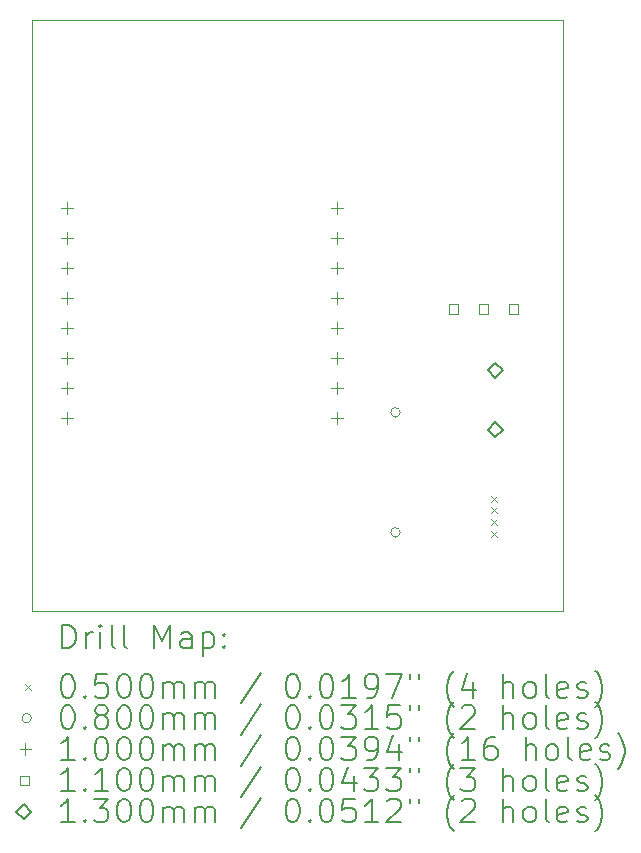
<source format=gbr>
%TF.GenerationSoftware,KiCad,Pcbnew,8.0.1*%
%TF.CreationDate,2024-04-11T07:46:41+08:00*%
%TF.ProjectId,input-nodes,696e7075-742d-46e6-9f64-65732e6b6963,rev?*%
%TF.SameCoordinates,Original*%
%TF.FileFunction,Drillmap*%
%TF.FilePolarity,Positive*%
%FSLAX45Y45*%
G04 Gerber Fmt 4.5, Leading zero omitted, Abs format (unit mm)*
G04 Created by KiCad (PCBNEW 8.0.1) date 2024-04-11 07:46:41*
%MOMM*%
%LPD*%
G01*
G04 APERTURE LIST*
%ADD10C,0.100000*%
%ADD11C,0.200000*%
%ADD12C,0.110000*%
%ADD13C,0.130000*%
G04 APERTURE END LIST*
D10*
X9080000Y-7280000D02*
X13580000Y-7280000D01*
X13580000Y-12280000D01*
X9080000Y-12280000D01*
X9080000Y-7280000D01*
D11*
D10*
X12970000Y-11305000D02*
X13020000Y-11355000D01*
X13020000Y-11305000D02*
X12970000Y-11355000D01*
X12970000Y-11405000D02*
X13020000Y-11455000D01*
X13020000Y-11405000D02*
X12970000Y-11455000D01*
X12970000Y-11505000D02*
X13020000Y-11555000D01*
X13020000Y-11505000D02*
X12970000Y-11555000D01*
X12970000Y-11605000D02*
X13020000Y-11655000D01*
X13020000Y-11605000D02*
X12970000Y-11655000D01*
X12197500Y-10600000D02*
G75*
G02*
X12117500Y-10600000I-40000J0D01*
G01*
X12117500Y-10600000D02*
G75*
G02*
X12197500Y-10600000I40000J0D01*
G01*
X12197500Y-11616000D02*
G75*
G02*
X12117500Y-11616000I-40000J0D01*
G01*
X12117500Y-11616000D02*
G75*
G02*
X12197500Y-11616000I40000J0D01*
G01*
X9376500Y-8817000D02*
X9376500Y-8917000D01*
X9326500Y-8867000D02*
X9426500Y-8867000D01*
X9376500Y-9071000D02*
X9376500Y-9171000D01*
X9326500Y-9121000D02*
X9426500Y-9121000D01*
X9376500Y-9325000D02*
X9376500Y-9425000D01*
X9326500Y-9375000D02*
X9426500Y-9375000D01*
X9376500Y-9579000D02*
X9376500Y-9679000D01*
X9326500Y-9629000D02*
X9426500Y-9629000D01*
X9376500Y-9833000D02*
X9376500Y-9933000D01*
X9326500Y-9883000D02*
X9426500Y-9883000D01*
X9376500Y-10087000D02*
X9376500Y-10187000D01*
X9326500Y-10137000D02*
X9426500Y-10137000D01*
X9376500Y-10341000D02*
X9376500Y-10441000D01*
X9326500Y-10391000D02*
X9426500Y-10391000D01*
X9376500Y-10595000D02*
X9376500Y-10695000D01*
X9326500Y-10645000D02*
X9426500Y-10645000D01*
X11662500Y-8817000D02*
X11662500Y-8917000D01*
X11612500Y-8867000D02*
X11712500Y-8867000D01*
X11662500Y-9071000D02*
X11662500Y-9171000D01*
X11612500Y-9121000D02*
X11712500Y-9121000D01*
X11662500Y-9325000D02*
X11662500Y-9425000D01*
X11612500Y-9375000D02*
X11712500Y-9375000D01*
X11662500Y-9579000D02*
X11662500Y-9679000D01*
X11612500Y-9629000D02*
X11712500Y-9629000D01*
X11662500Y-9833000D02*
X11662500Y-9933000D01*
X11612500Y-9883000D02*
X11712500Y-9883000D01*
X11662500Y-10087000D02*
X11662500Y-10187000D01*
X11612500Y-10137000D02*
X11712500Y-10137000D01*
X11662500Y-10341000D02*
X11662500Y-10441000D01*
X11612500Y-10391000D02*
X11712500Y-10391000D01*
X11662500Y-10595000D02*
X11662500Y-10695000D01*
X11612500Y-10645000D02*
X11712500Y-10645000D01*
D12*
X12687891Y-9763891D02*
X12687891Y-9686109D01*
X12610109Y-9686109D01*
X12610109Y-9763891D01*
X12687891Y-9763891D01*
X12941891Y-9763891D02*
X12941891Y-9686109D01*
X12864109Y-9686109D01*
X12864109Y-9763891D01*
X12941891Y-9763891D01*
X13195891Y-9763891D02*
X13195891Y-9686109D01*
X13118109Y-9686109D01*
X13118109Y-9763891D01*
X13195891Y-9763891D01*
D13*
X13003000Y-10310500D02*
X13068000Y-10245500D01*
X13003000Y-10180500D01*
X12938000Y-10245500D01*
X13003000Y-10310500D01*
X13003000Y-10810500D02*
X13068000Y-10745500D01*
X13003000Y-10680500D01*
X12938000Y-10745500D01*
X13003000Y-10810500D01*
D11*
X9335777Y-12596484D02*
X9335777Y-12396484D01*
X9335777Y-12396484D02*
X9383396Y-12396484D01*
X9383396Y-12396484D02*
X9411967Y-12406008D01*
X9411967Y-12406008D02*
X9431015Y-12425055D01*
X9431015Y-12425055D02*
X9440539Y-12444103D01*
X9440539Y-12444103D02*
X9450063Y-12482198D01*
X9450063Y-12482198D02*
X9450063Y-12510769D01*
X9450063Y-12510769D02*
X9440539Y-12548865D01*
X9440539Y-12548865D02*
X9431015Y-12567912D01*
X9431015Y-12567912D02*
X9411967Y-12586960D01*
X9411967Y-12586960D02*
X9383396Y-12596484D01*
X9383396Y-12596484D02*
X9335777Y-12596484D01*
X9535777Y-12596484D02*
X9535777Y-12463150D01*
X9535777Y-12501246D02*
X9545301Y-12482198D01*
X9545301Y-12482198D02*
X9554824Y-12472674D01*
X9554824Y-12472674D02*
X9573872Y-12463150D01*
X9573872Y-12463150D02*
X9592920Y-12463150D01*
X9659586Y-12596484D02*
X9659586Y-12463150D01*
X9659586Y-12396484D02*
X9650063Y-12406008D01*
X9650063Y-12406008D02*
X9659586Y-12415531D01*
X9659586Y-12415531D02*
X9669110Y-12406008D01*
X9669110Y-12406008D02*
X9659586Y-12396484D01*
X9659586Y-12396484D02*
X9659586Y-12415531D01*
X9783396Y-12596484D02*
X9764348Y-12586960D01*
X9764348Y-12586960D02*
X9754824Y-12567912D01*
X9754824Y-12567912D02*
X9754824Y-12396484D01*
X9888158Y-12596484D02*
X9869110Y-12586960D01*
X9869110Y-12586960D02*
X9859586Y-12567912D01*
X9859586Y-12567912D02*
X9859586Y-12396484D01*
X10116729Y-12596484D02*
X10116729Y-12396484D01*
X10116729Y-12396484D02*
X10183396Y-12539341D01*
X10183396Y-12539341D02*
X10250063Y-12396484D01*
X10250063Y-12396484D02*
X10250063Y-12596484D01*
X10431015Y-12596484D02*
X10431015Y-12491722D01*
X10431015Y-12491722D02*
X10421491Y-12472674D01*
X10421491Y-12472674D02*
X10402444Y-12463150D01*
X10402444Y-12463150D02*
X10364348Y-12463150D01*
X10364348Y-12463150D02*
X10345301Y-12472674D01*
X10431015Y-12586960D02*
X10411967Y-12596484D01*
X10411967Y-12596484D02*
X10364348Y-12596484D01*
X10364348Y-12596484D02*
X10345301Y-12586960D01*
X10345301Y-12586960D02*
X10335777Y-12567912D01*
X10335777Y-12567912D02*
X10335777Y-12548865D01*
X10335777Y-12548865D02*
X10345301Y-12529817D01*
X10345301Y-12529817D02*
X10364348Y-12520293D01*
X10364348Y-12520293D02*
X10411967Y-12520293D01*
X10411967Y-12520293D02*
X10431015Y-12510769D01*
X10526253Y-12463150D02*
X10526253Y-12663150D01*
X10526253Y-12472674D02*
X10545301Y-12463150D01*
X10545301Y-12463150D02*
X10583396Y-12463150D01*
X10583396Y-12463150D02*
X10602444Y-12472674D01*
X10602444Y-12472674D02*
X10611967Y-12482198D01*
X10611967Y-12482198D02*
X10621491Y-12501246D01*
X10621491Y-12501246D02*
X10621491Y-12558388D01*
X10621491Y-12558388D02*
X10611967Y-12577436D01*
X10611967Y-12577436D02*
X10602444Y-12586960D01*
X10602444Y-12586960D02*
X10583396Y-12596484D01*
X10583396Y-12596484D02*
X10545301Y-12596484D01*
X10545301Y-12596484D02*
X10526253Y-12586960D01*
X10707205Y-12577436D02*
X10716729Y-12586960D01*
X10716729Y-12586960D02*
X10707205Y-12596484D01*
X10707205Y-12596484D02*
X10697682Y-12586960D01*
X10697682Y-12586960D02*
X10707205Y-12577436D01*
X10707205Y-12577436D02*
X10707205Y-12596484D01*
X10707205Y-12472674D02*
X10716729Y-12482198D01*
X10716729Y-12482198D02*
X10707205Y-12491722D01*
X10707205Y-12491722D02*
X10697682Y-12482198D01*
X10697682Y-12482198D02*
X10707205Y-12472674D01*
X10707205Y-12472674D02*
X10707205Y-12491722D01*
D10*
X9025000Y-12900000D02*
X9075000Y-12950000D01*
X9075000Y-12900000D02*
X9025000Y-12950000D01*
D11*
X9373872Y-12816484D02*
X9392920Y-12816484D01*
X9392920Y-12816484D02*
X9411967Y-12826008D01*
X9411967Y-12826008D02*
X9421491Y-12835531D01*
X9421491Y-12835531D02*
X9431015Y-12854579D01*
X9431015Y-12854579D02*
X9440539Y-12892674D01*
X9440539Y-12892674D02*
X9440539Y-12940293D01*
X9440539Y-12940293D02*
X9431015Y-12978388D01*
X9431015Y-12978388D02*
X9421491Y-12997436D01*
X9421491Y-12997436D02*
X9411967Y-13006960D01*
X9411967Y-13006960D02*
X9392920Y-13016484D01*
X9392920Y-13016484D02*
X9373872Y-13016484D01*
X9373872Y-13016484D02*
X9354824Y-13006960D01*
X9354824Y-13006960D02*
X9345301Y-12997436D01*
X9345301Y-12997436D02*
X9335777Y-12978388D01*
X9335777Y-12978388D02*
X9326253Y-12940293D01*
X9326253Y-12940293D02*
X9326253Y-12892674D01*
X9326253Y-12892674D02*
X9335777Y-12854579D01*
X9335777Y-12854579D02*
X9345301Y-12835531D01*
X9345301Y-12835531D02*
X9354824Y-12826008D01*
X9354824Y-12826008D02*
X9373872Y-12816484D01*
X9526253Y-12997436D02*
X9535777Y-13006960D01*
X9535777Y-13006960D02*
X9526253Y-13016484D01*
X9526253Y-13016484D02*
X9516729Y-13006960D01*
X9516729Y-13006960D02*
X9526253Y-12997436D01*
X9526253Y-12997436D02*
X9526253Y-13016484D01*
X9716729Y-12816484D02*
X9621491Y-12816484D01*
X9621491Y-12816484D02*
X9611967Y-12911722D01*
X9611967Y-12911722D02*
X9621491Y-12902198D01*
X9621491Y-12902198D02*
X9640539Y-12892674D01*
X9640539Y-12892674D02*
X9688158Y-12892674D01*
X9688158Y-12892674D02*
X9707205Y-12902198D01*
X9707205Y-12902198D02*
X9716729Y-12911722D01*
X9716729Y-12911722D02*
X9726253Y-12930769D01*
X9726253Y-12930769D02*
X9726253Y-12978388D01*
X9726253Y-12978388D02*
X9716729Y-12997436D01*
X9716729Y-12997436D02*
X9707205Y-13006960D01*
X9707205Y-13006960D02*
X9688158Y-13016484D01*
X9688158Y-13016484D02*
X9640539Y-13016484D01*
X9640539Y-13016484D02*
X9621491Y-13006960D01*
X9621491Y-13006960D02*
X9611967Y-12997436D01*
X9850063Y-12816484D02*
X9869110Y-12816484D01*
X9869110Y-12816484D02*
X9888158Y-12826008D01*
X9888158Y-12826008D02*
X9897682Y-12835531D01*
X9897682Y-12835531D02*
X9907205Y-12854579D01*
X9907205Y-12854579D02*
X9916729Y-12892674D01*
X9916729Y-12892674D02*
X9916729Y-12940293D01*
X9916729Y-12940293D02*
X9907205Y-12978388D01*
X9907205Y-12978388D02*
X9897682Y-12997436D01*
X9897682Y-12997436D02*
X9888158Y-13006960D01*
X9888158Y-13006960D02*
X9869110Y-13016484D01*
X9869110Y-13016484D02*
X9850063Y-13016484D01*
X9850063Y-13016484D02*
X9831015Y-13006960D01*
X9831015Y-13006960D02*
X9821491Y-12997436D01*
X9821491Y-12997436D02*
X9811967Y-12978388D01*
X9811967Y-12978388D02*
X9802444Y-12940293D01*
X9802444Y-12940293D02*
X9802444Y-12892674D01*
X9802444Y-12892674D02*
X9811967Y-12854579D01*
X9811967Y-12854579D02*
X9821491Y-12835531D01*
X9821491Y-12835531D02*
X9831015Y-12826008D01*
X9831015Y-12826008D02*
X9850063Y-12816484D01*
X10040539Y-12816484D02*
X10059586Y-12816484D01*
X10059586Y-12816484D02*
X10078634Y-12826008D01*
X10078634Y-12826008D02*
X10088158Y-12835531D01*
X10088158Y-12835531D02*
X10097682Y-12854579D01*
X10097682Y-12854579D02*
X10107205Y-12892674D01*
X10107205Y-12892674D02*
X10107205Y-12940293D01*
X10107205Y-12940293D02*
X10097682Y-12978388D01*
X10097682Y-12978388D02*
X10088158Y-12997436D01*
X10088158Y-12997436D02*
X10078634Y-13006960D01*
X10078634Y-13006960D02*
X10059586Y-13016484D01*
X10059586Y-13016484D02*
X10040539Y-13016484D01*
X10040539Y-13016484D02*
X10021491Y-13006960D01*
X10021491Y-13006960D02*
X10011967Y-12997436D01*
X10011967Y-12997436D02*
X10002444Y-12978388D01*
X10002444Y-12978388D02*
X9992920Y-12940293D01*
X9992920Y-12940293D02*
X9992920Y-12892674D01*
X9992920Y-12892674D02*
X10002444Y-12854579D01*
X10002444Y-12854579D02*
X10011967Y-12835531D01*
X10011967Y-12835531D02*
X10021491Y-12826008D01*
X10021491Y-12826008D02*
X10040539Y-12816484D01*
X10192920Y-13016484D02*
X10192920Y-12883150D01*
X10192920Y-12902198D02*
X10202444Y-12892674D01*
X10202444Y-12892674D02*
X10221491Y-12883150D01*
X10221491Y-12883150D02*
X10250063Y-12883150D01*
X10250063Y-12883150D02*
X10269110Y-12892674D01*
X10269110Y-12892674D02*
X10278634Y-12911722D01*
X10278634Y-12911722D02*
X10278634Y-13016484D01*
X10278634Y-12911722D02*
X10288158Y-12892674D01*
X10288158Y-12892674D02*
X10307205Y-12883150D01*
X10307205Y-12883150D02*
X10335777Y-12883150D01*
X10335777Y-12883150D02*
X10354825Y-12892674D01*
X10354825Y-12892674D02*
X10364348Y-12911722D01*
X10364348Y-12911722D02*
X10364348Y-13016484D01*
X10459586Y-13016484D02*
X10459586Y-12883150D01*
X10459586Y-12902198D02*
X10469110Y-12892674D01*
X10469110Y-12892674D02*
X10488158Y-12883150D01*
X10488158Y-12883150D02*
X10516729Y-12883150D01*
X10516729Y-12883150D02*
X10535777Y-12892674D01*
X10535777Y-12892674D02*
X10545301Y-12911722D01*
X10545301Y-12911722D02*
X10545301Y-13016484D01*
X10545301Y-12911722D02*
X10554825Y-12892674D01*
X10554825Y-12892674D02*
X10573872Y-12883150D01*
X10573872Y-12883150D02*
X10602444Y-12883150D01*
X10602444Y-12883150D02*
X10621491Y-12892674D01*
X10621491Y-12892674D02*
X10631015Y-12911722D01*
X10631015Y-12911722D02*
X10631015Y-13016484D01*
X11021491Y-12806960D02*
X10850063Y-13064103D01*
X11278634Y-12816484D02*
X11297682Y-12816484D01*
X11297682Y-12816484D02*
X11316729Y-12826008D01*
X11316729Y-12826008D02*
X11326253Y-12835531D01*
X11326253Y-12835531D02*
X11335777Y-12854579D01*
X11335777Y-12854579D02*
X11345301Y-12892674D01*
X11345301Y-12892674D02*
X11345301Y-12940293D01*
X11345301Y-12940293D02*
X11335777Y-12978388D01*
X11335777Y-12978388D02*
X11326253Y-12997436D01*
X11326253Y-12997436D02*
X11316729Y-13006960D01*
X11316729Y-13006960D02*
X11297682Y-13016484D01*
X11297682Y-13016484D02*
X11278634Y-13016484D01*
X11278634Y-13016484D02*
X11259586Y-13006960D01*
X11259586Y-13006960D02*
X11250063Y-12997436D01*
X11250063Y-12997436D02*
X11240539Y-12978388D01*
X11240539Y-12978388D02*
X11231015Y-12940293D01*
X11231015Y-12940293D02*
X11231015Y-12892674D01*
X11231015Y-12892674D02*
X11240539Y-12854579D01*
X11240539Y-12854579D02*
X11250063Y-12835531D01*
X11250063Y-12835531D02*
X11259586Y-12826008D01*
X11259586Y-12826008D02*
X11278634Y-12816484D01*
X11431015Y-12997436D02*
X11440539Y-13006960D01*
X11440539Y-13006960D02*
X11431015Y-13016484D01*
X11431015Y-13016484D02*
X11421491Y-13006960D01*
X11421491Y-13006960D02*
X11431015Y-12997436D01*
X11431015Y-12997436D02*
X11431015Y-13016484D01*
X11564348Y-12816484D02*
X11583396Y-12816484D01*
X11583396Y-12816484D02*
X11602444Y-12826008D01*
X11602444Y-12826008D02*
X11611967Y-12835531D01*
X11611967Y-12835531D02*
X11621491Y-12854579D01*
X11621491Y-12854579D02*
X11631015Y-12892674D01*
X11631015Y-12892674D02*
X11631015Y-12940293D01*
X11631015Y-12940293D02*
X11621491Y-12978388D01*
X11621491Y-12978388D02*
X11611967Y-12997436D01*
X11611967Y-12997436D02*
X11602444Y-13006960D01*
X11602444Y-13006960D02*
X11583396Y-13016484D01*
X11583396Y-13016484D02*
X11564348Y-13016484D01*
X11564348Y-13016484D02*
X11545301Y-13006960D01*
X11545301Y-13006960D02*
X11535777Y-12997436D01*
X11535777Y-12997436D02*
X11526253Y-12978388D01*
X11526253Y-12978388D02*
X11516729Y-12940293D01*
X11516729Y-12940293D02*
X11516729Y-12892674D01*
X11516729Y-12892674D02*
X11526253Y-12854579D01*
X11526253Y-12854579D02*
X11535777Y-12835531D01*
X11535777Y-12835531D02*
X11545301Y-12826008D01*
X11545301Y-12826008D02*
X11564348Y-12816484D01*
X11821491Y-13016484D02*
X11707206Y-13016484D01*
X11764348Y-13016484D02*
X11764348Y-12816484D01*
X11764348Y-12816484D02*
X11745301Y-12845055D01*
X11745301Y-12845055D02*
X11726253Y-12864103D01*
X11726253Y-12864103D02*
X11707206Y-12873627D01*
X11916729Y-13016484D02*
X11954825Y-13016484D01*
X11954825Y-13016484D02*
X11973872Y-13006960D01*
X11973872Y-13006960D02*
X11983396Y-12997436D01*
X11983396Y-12997436D02*
X12002444Y-12968865D01*
X12002444Y-12968865D02*
X12011967Y-12930769D01*
X12011967Y-12930769D02*
X12011967Y-12854579D01*
X12011967Y-12854579D02*
X12002444Y-12835531D01*
X12002444Y-12835531D02*
X11992920Y-12826008D01*
X11992920Y-12826008D02*
X11973872Y-12816484D01*
X11973872Y-12816484D02*
X11935777Y-12816484D01*
X11935777Y-12816484D02*
X11916729Y-12826008D01*
X11916729Y-12826008D02*
X11907206Y-12835531D01*
X11907206Y-12835531D02*
X11897682Y-12854579D01*
X11897682Y-12854579D02*
X11897682Y-12902198D01*
X11897682Y-12902198D02*
X11907206Y-12921246D01*
X11907206Y-12921246D02*
X11916729Y-12930769D01*
X11916729Y-12930769D02*
X11935777Y-12940293D01*
X11935777Y-12940293D02*
X11973872Y-12940293D01*
X11973872Y-12940293D02*
X11992920Y-12930769D01*
X11992920Y-12930769D02*
X12002444Y-12921246D01*
X12002444Y-12921246D02*
X12011967Y-12902198D01*
X12078634Y-12816484D02*
X12211967Y-12816484D01*
X12211967Y-12816484D02*
X12126253Y-13016484D01*
X12278634Y-12816484D02*
X12278634Y-12854579D01*
X12354825Y-12816484D02*
X12354825Y-12854579D01*
X12650063Y-13092674D02*
X12640539Y-13083150D01*
X12640539Y-13083150D02*
X12621491Y-13054579D01*
X12621491Y-13054579D02*
X12611968Y-13035531D01*
X12611968Y-13035531D02*
X12602444Y-13006960D01*
X12602444Y-13006960D02*
X12592920Y-12959341D01*
X12592920Y-12959341D02*
X12592920Y-12921246D01*
X12592920Y-12921246D02*
X12602444Y-12873627D01*
X12602444Y-12873627D02*
X12611968Y-12845055D01*
X12611968Y-12845055D02*
X12621491Y-12826008D01*
X12621491Y-12826008D02*
X12640539Y-12797436D01*
X12640539Y-12797436D02*
X12650063Y-12787912D01*
X12811968Y-12883150D02*
X12811968Y-13016484D01*
X12764348Y-12806960D02*
X12716729Y-12949817D01*
X12716729Y-12949817D02*
X12840539Y-12949817D01*
X13069110Y-13016484D02*
X13069110Y-12816484D01*
X13154825Y-13016484D02*
X13154825Y-12911722D01*
X13154825Y-12911722D02*
X13145301Y-12892674D01*
X13145301Y-12892674D02*
X13126253Y-12883150D01*
X13126253Y-12883150D02*
X13097682Y-12883150D01*
X13097682Y-12883150D02*
X13078634Y-12892674D01*
X13078634Y-12892674D02*
X13069110Y-12902198D01*
X13278634Y-13016484D02*
X13259587Y-13006960D01*
X13259587Y-13006960D02*
X13250063Y-12997436D01*
X13250063Y-12997436D02*
X13240539Y-12978388D01*
X13240539Y-12978388D02*
X13240539Y-12921246D01*
X13240539Y-12921246D02*
X13250063Y-12902198D01*
X13250063Y-12902198D02*
X13259587Y-12892674D01*
X13259587Y-12892674D02*
X13278634Y-12883150D01*
X13278634Y-12883150D02*
X13307206Y-12883150D01*
X13307206Y-12883150D02*
X13326253Y-12892674D01*
X13326253Y-12892674D02*
X13335777Y-12902198D01*
X13335777Y-12902198D02*
X13345301Y-12921246D01*
X13345301Y-12921246D02*
X13345301Y-12978388D01*
X13345301Y-12978388D02*
X13335777Y-12997436D01*
X13335777Y-12997436D02*
X13326253Y-13006960D01*
X13326253Y-13006960D02*
X13307206Y-13016484D01*
X13307206Y-13016484D02*
X13278634Y-13016484D01*
X13459587Y-13016484D02*
X13440539Y-13006960D01*
X13440539Y-13006960D02*
X13431015Y-12987912D01*
X13431015Y-12987912D02*
X13431015Y-12816484D01*
X13611968Y-13006960D02*
X13592920Y-13016484D01*
X13592920Y-13016484D02*
X13554825Y-13016484D01*
X13554825Y-13016484D02*
X13535777Y-13006960D01*
X13535777Y-13006960D02*
X13526253Y-12987912D01*
X13526253Y-12987912D02*
X13526253Y-12911722D01*
X13526253Y-12911722D02*
X13535777Y-12892674D01*
X13535777Y-12892674D02*
X13554825Y-12883150D01*
X13554825Y-12883150D02*
X13592920Y-12883150D01*
X13592920Y-12883150D02*
X13611968Y-12892674D01*
X13611968Y-12892674D02*
X13621491Y-12911722D01*
X13621491Y-12911722D02*
X13621491Y-12930769D01*
X13621491Y-12930769D02*
X13526253Y-12949817D01*
X13697682Y-13006960D02*
X13716730Y-13016484D01*
X13716730Y-13016484D02*
X13754825Y-13016484D01*
X13754825Y-13016484D02*
X13773872Y-13006960D01*
X13773872Y-13006960D02*
X13783396Y-12987912D01*
X13783396Y-12987912D02*
X13783396Y-12978388D01*
X13783396Y-12978388D02*
X13773872Y-12959341D01*
X13773872Y-12959341D02*
X13754825Y-12949817D01*
X13754825Y-12949817D02*
X13726253Y-12949817D01*
X13726253Y-12949817D02*
X13707206Y-12940293D01*
X13707206Y-12940293D02*
X13697682Y-12921246D01*
X13697682Y-12921246D02*
X13697682Y-12911722D01*
X13697682Y-12911722D02*
X13707206Y-12892674D01*
X13707206Y-12892674D02*
X13726253Y-12883150D01*
X13726253Y-12883150D02*
X13754825Y-12883150D01*
X13754825Y-12883150D02*
X13773872Y-12892674D01*
X13850063Y-13092674D02*
X13859587Y-13083150D01*
X13859587Y-13083150D02*
X13878634Y-13054579D01*
X13878634Y-13054579D02*
X13888158Y-13035531D01*
X13888158Y-13035531D02*
X13897682Y-13006960D01*
X13897682Y-13006960D02*
X13907206Y-12959341D01*
X13907206Y-12959341D02*
X13907206Y-12921246D01*
X13907206Y-12921246D02*
X13897682Y-12873627D01*
X13897682Y-12873627D02*
X13888158Y-12845055D01*
X13888158Y-12845055D02*
X13878634Y-12826008D01*
X13878634Y-12826008D02*
X13859587Y-12797436D01*
X13859587Y-12797436D02*
X13850063Y-12787912D01*
D10*
X9075000Y-13189000D02*
G75*
G02*
X8995000Y-13189000I-40000J0D01*
G01*
X8995000Y-13189000D02*
G75*
G02*
X9075000Y-13189000I40000J0D01*
G01*
D11*
X9373872Y-13080484D02*
X9392920Y-13080484D01*
X9392920Y-13080484D02*
X9411967Y-13090008D01*
X9411967Y-13090008D02*
X9421491Y-13099531D01*
X9421491Y-13099531D02*
X9431015Y-13118579D01*
X9431015Y-13118579D02*
X9440539Y-13156674D01*
X9440539Y-13156674D02*
X9440539Y-13204293D01*
X9440539Y-13204293D02*
X9431015Y-13242388D01*
X9431015Y-13242388D02*
X9421491Y-13261436D01*
X9421491Y-13261436D02*
X9411967Y-13270960D01*
X9411967Y-13270960D02*
X9392920Y-13280484D01*
X9392920Y-13280484D02*
X9373872Y-13280484D01*
X9373872Y-13280484D02*
X9354824Y-13270960D01*
X9354824Y-13270960D02*
X9345301Y-13261436D01*
X9345301Y-13261436D02*
X9335777Y-13242388D01*
X9335777Y-13242388D02*
X9326253Y-13204293D01*
X9326253Y-13204293D02*
X9326253Y-13156674D01*
X9326253Y-13156674D02*
X9335777Y-13118579D01*
X9335777Y-13118579D02*
X9345301Y-13099531D01*
X9345301Y-13099531D02*
X9354824Y-13090008D01*
X9354824Y-13090008D02*
X9373872Y-13080484D01*
X9526253Y-13261436D02*
X9535777Y-13270960D01*
X9535777Y-13270960D02*
X9526253Y-13280484D01*
X9526253Y-13280484D02*
X9516729Y-13270960D01*
X9516729Y-13270960D02*
X9526253Y-13261436D01*
X9526253Y-13261436D02*
X9526253Y-13280484D01*
X9650063Y-13166198D02*
X9631015Y-13156674D01*
X9631015Y-13156674D02*
X9621491Y-13147150D01*
X9621491Y-13147150D02*
X9611967Y-13128103D01*
X9611967Y-13128103D02*
X9611967Y-13118579D01*
X9611967Y-13118579D02*
X9621491Y-13099531D01*
X9621491Y-13099531D02*
X9631015Y-13090008D01*
X9631015Y-13090008D02*
X9650063Y-13080484D01*
X9650063Y-13080484D02*
X9688158Y-13080484D01*
X9688158Y-13080484D02*
X9707205Y-13090008D01*
X9707205Y-13090008D02*
X9716729Y-13099531D01*
X9716729Y-13099531D02*
X9726253Y-13118579D01*
X9726253Y-13118579D02*
X9726253Y-13128103D01*
X9726253Y-13128103D02*
X9716729Y-13147150D01*
X9716729Y-13147150D02*
X9707205Y-13156674D01*
X9707205Y-13156674D02*
X9688158Y-13166198D01*
X9688158Y-13166198D02*
X9650063Y-13166198D01*
X9650063Y-13166198D02*
X9631015Y-13175722D01*
X9631015Y-13175722D02*
X9621491Y-13185246D01*
X9621491Y-13185246D02*
X9611967Y-13204293D01*
X9611967Y-13204293D02*
X9611967Y-13242388D01*
X9611967Y-13242388D02*
X9621491Y-13261436D01*
X9621491Y-13261436D02*
X9631015Y-13270960D01*
X9631015Y-13270960D02*
X9650063Y-13280484D01*
X9650063Y-13280484D02*
X9688158Y-13280484D01*
X9688158Y-13280484D02*
X9707205Y-13270960D01*
X9707205Y-13270960D02*
X9716729Y-13261436D01*
X9716729Y-13261436D02*
X9726253Y-13242388D01*
X9726253Y-13242388D02*
X9726253Y-13204293D01*
X9726253Y-13204293D02*
X9716729Y-13185246D01*
X9716729Y-13185246D02*
X9707205Y-13175722D01*
X9707205Y-13175722D02*
X9688158Y-13166198D01*
X9850063Y-13080484D02*
X9869110Y-13080484D01*
X9869110Y-13080484D02*
X9888158Y-13090008D01*
X9888158Y-13090008D02*
X9897682Y-13099531D01*
X9897682Y-13099531D02*
X9907205Y-13118579D01*
X9907205Y-13118579D02*
X9916729Y-13156674D01*
X9916729Y-13156674D02*
X9916729Y-13204293D01*
X9916729Y-13204293D02*
X9907205Y-13242388D01*
X9907205Y-13242388D02*
X9897682Y-13261436D01*
X9897682Y-13261436D02*
X9888158Y-13270960D01*
X9888158Y-13270960D02*
X9869110Y-13280484D01*
X9869110Y-13280484D02*
X9850063Y-13280484D01*
X9850063Y-13280484D02*
X9831015Y-13270960D01*
X9831015Y-13270960D02*
X9821491Y-13261436D01*
X9821491Y-13261436D02*
X9811967Y-13242388D01*
X9811967Y-13242388D02*
X9802444Y-13204293D01*
X9802444Y-13204293D02*
X9802444Y-13156674D01*
X9802444Y-13156674D02*
X9811967Y-13118579D01*
X9811967Y-13118579D02*
X9821491Y-13099531D01*
X9821491Y-13099531D02*
X9831015Y-13090008D01*
X9831015Y-13090008D02*
X9850063Y-13080484D01*
X10040539Y-13080484D02*
X10059586Y-13080484D01*
X10059586Y-13080484D02*
X10078634Y-13090008D01*
X10078634Y-13090008D02*
X10088158Y-13099531D01*
X10088158Y-13099531D02*
X10097682Y-13118579D01*
X10097682Y-13118579D02*
X10107205Y-13156674D01*
X10107205Y-13156674D02*
X10107205Y-13204293D01*
X10107205Y-13204293D02*
X10097682Y-13242388D01*
X10097682Y-13242388D02*
X10088158Y-13261436D01*
X10088158Y-13261436D02*
X10078634Y-13270960D01*
X10078634Y-13270960D02*
X10059586Y-13280484D01*
X10059586Y-13280484D02*
X10040539Y-13280484D01*
X10040539Y-13280484D02*
X10021491Y-13270960D01*
X10021491Y-13270960D02*
X10011967Y-13261436D01*
X10011967Y-13261436D02*
X10002444Y-13242388D01*
X10002444Y-13242388D02*
X9992920Y-13204293D01*
X9992920Y-13204293D02*
X9992920Y-13156674D01*
X9992920Y-13156674D02*
X10002444Y-13118579D01*
X10002444Y-13118579D02*
X10011967Y-13099531D01*
X10011967Y-13099531D02*
X10021491Y-13090008D01*
X10021491Y-13090008D02*
X10040539Y-13080484D01*
X10192920Y-13280484D02*
X10192920Y-13147150D01*
X10192920Y-13166198D02*
X10202444Y-13156674D01*
X10202444Y-13156674D02*
X10221491Y-13147150D01*
X10221491Y-13147150D02*
X10250063Y-13147150D01*
X10250063Y-13147150D02*
X10269110Y-13156674D01*
X10269110Y-13156674D02*
X10278634Y-13175722D01*
X10278634Y-13175722D02*
X10278634Y-13280484D01*
X10278634Y-13175722D02*
X10288158Y-13156674D01*
X10288158Y-13156674D02*
X10307205Y-13147150D01*
X10307205Y-13147150D02*
X10335777Y-13147150D01*
X10335777Y-13147150D02*
X10354825Y-13156674D01*
X10354825Y-13156674D02*
X10364348Y-13175722D01*
X10364348Y-13175722D02*
X10364348Y-13280484D01*
X10459586Y-13280484D02*
X10459586Y-13147150D01*
X10459586Y-13166198D02*
X10469110Y-13156674D01*
X10469110Y-13156674D02*
X10488158Y-13147150D01*
X10488158Y-13147150D02*
X10516729Y-13147150D01*
X10516729Y-13147150D02*
X10535777Y-13156674D01*
X10535777Y-13156674D02*
X10545301Y-13175722D01*
X10545301Y-13175722D02*
X10545301Y-13280484D01*
X10545301Y-13175722D02*
X10554825Y-13156674D01*
X10554825Y-13156674D02*
X10573872Y-13147150D01*
X10573872Y-13147150D02*
X10602444Y-13147150D01*
X10602444Y-13147150D02*
X10621491Y-13156674D01*
X10621491Y-13156674D02*
X10631015Y-13175722D01*
X10631015Y-13175722D02*
X10631015Y-13280484D01*
X11021491Y-13070960D02*
X10850063Y-13328103D01*
X11278634Y-13080484D02*
X11297682Y-13080484D01*
X11297682Y-13080484D02*
X11316729Y-13090008D01*
X11316729Y-13090008D02*
X11326253Y-13099531D01*
X11326253Y-13099531D02*
X11335777Y-13118579D01*
X11335777Y-13118579D02*
X11345301Y-13156674D01*
X11345301Y-13156674D02*
X11345301Y-13204293D01*
X11345301Y-13204293D02*
X11335777Y-13242388D01*
X11335777Y-13242388D02*
X11326253Y-13261436D01*
X11326253Y-13261436D02*
X11316729Y-13270960D01*
X11316729Y-13270960D02*
X11297682Y-13280484D01*
X11297682Y-13280484D02*
X11278634Y-13280484D01*
X11278634Y-13280484D02*
X11259586Y-13270960D01*
X11259586Y-13270960D02*
X11250063Y-13261436D01*
X11250063Y-13261436D02*
X11240539Y-13242388D01*
X11240539Y-13242388D02*
X11231015Y-13204293D01*
X11231015Y-13204293D02*
X11231015Y-13156674D01*
X11231015Y-13156674D02*
X11240539Y-13118579D01*
X11240539Y-13118579D02*
X11250063Y-13099531D01*
X11250063Y-13099531D02*
X11259586Y-13090008D01*
X11259586Y-13090008D02*
X11278634Y-13080484D01*
X11431015Y-13261436D02*
X11440539Y-13270960D01*
X11440539Y-13270960D02*
X11431015Y-13280484D01*
X11431015Y-13280484D02*
X11421491Y-13270960D01*
X11421491Y-13270960D02*
X11431015Y-13261436D01*
X11431015Y-13261436D02*
X11431015Y-13280484D01*
X11564348Y-13080484D02*
X11583396Y-13080484D01*
X11583396Y-13080484D02*
X11602444Y-13090008D01*
X11602444Y-13090008D02*
X11611967Y-13099531D01*
X11611967Y-13099531D02*
X11621491Y-13118579D01*
X11621491Y-13118579D02*
X11631015Y-13156674D01*
X11631015Y-13156674D02*
X11631015Y-13204293D01*
X11631015Y-13204293D02*
X11621491Y-13242388D01*
X11621491Y-13242388D02*
X11611967Y-13261436D01*
X11611967Y-13261436D02*
X11602444Y-13270960D01*
X11602444Y-13270960D02*
X11583396Y-13280484D01*
X11583396Y-13280484D02*
X11564348Y-13280484D01*
X11564348Y-13280484D02*
X11545301Y-13270960D01*
X11545301Y-13270960D02*
X11535777Y-13261436D01*
X11535777Y-13261436D02*
X11526253Y-13242388D01*
X11526253Y-13242388D02*
X11516729Y-13204293D01*
X11516729Y-13204293D02*
X11516729Y-13156674D01*
X11516729Y-13156674D02*
X11526253Y-13118579D01*
X11526253Y-13118579D02*
X11535777Y-13099531D01*
X11535777Y-13099531D02*
X11545301Y-13090008D01*
X11545301Y-13090008D02*
X11564348Y-13080484D01*
X11697682Y-13080484D02*
X11821491Y-13080484D01*
X11821491Y-13080484D02*
X11754825Y-13156674D01*
X11754825Y-13156674D02*
X11783396Y-13156674D01*
X11783396Y-13156674D02*
X11802444Y-13166198D01*
X11802444Y-13166198D02*
X11811967Y-13175722D01*
X11811967Y-13175722D02*
X11821491Y-13194769D01*
X11821491Y-13194769D02*
X11821491Y-13242388D01*
X11821491Y-13242388D02*
X11811967Y-13261436D01*
X11811967Y-13261436D02*
X11802444Y-13270960D01*
X11802444Y-13270960D02*
X11783396Y-13280484D01*
X11783396Y-13280484D02*
X11726253Y-13280484D01*
X11726253Y-13280484D02*
X11707206Y-13270960D01*
X11707206Y-13270960D02*
X11697682Y-13261436D01*
X12011967Y-13280484D02*
X11897682Y-13280484D01*
X11954825Y-13280484D02*
X11954825Y-13080484D01*
X11954825Y-13080484D02*
X11935777Y-13109055D01*
X11935777Y-13109055D02*
X11916729Y-13128103D01*
X11916729Y-13128103D02*
X11897682Y-13137627D01*
X12192920Y-13080484D02*
X12097682Y-13080484D01*
X12097682Y-13080484D02*
X12088158Y-13175722D01*
X12088158Y-13175722D02*
X12097682Y-13166198D01*
X12097682Y-13166198D02*
X12116729Y-13156674D01*
X12116729Y-13156674D02*
X12164348Y-13156674D01*
X12164348Y-13156674D02*
X12183396Y-13166198D01*
X12183396Y-13166198D02*
X12192920Y-13175722D01*
X12192920Y-13175722D02*
X12202444Y-13194769D01*
X12202444Y-13194769D02*
X12202444Y-13242388D01*
X12202444Y-13242388D02*
X12192920Y-13261436D01*
X12192920Y-13261436D02*
X12183396Y-13270960D01*
X12183396Y-13270960D02*
X12164348Y-13280484D01*
X12164348Y-13280484D02*
X12116729Y-13280484D01*
X12116729Y-13280484D02*
X12097682Y-13270960D01*
X12097682Y-13270960D02*
X12088158Y-13261436D01*
X12278634Y-13080484D02*
X12278634Y-13118579D01*
X12354825Y-13080484D02*
X12354825Y-13118579D01*
X12650063Y-13356674D02*
X12640539Y-13347150D01*
X12640539Y-13347150D02*
X12621491Y-13318579D01*
X12621491Y-13318579D02*
X12611968Y-13299531D01*
X12611968Y-13299531D02*
X12602444Y-13270960D01*
X12602444Y-13270960D02*
X12592920Y-13223341D01*
X12592920Y-13223341D02*
X12592920Y-13185246D01*
X12592920Y-13185246D02*
X12602444Y-13137627D01*
X12602444Y-13137627D02*
X12611968Y-13109055D01*
X12611968Y-13109055D02*
X12621491Y-13090008D01*
X12621491Y-13090008D02*
X12640539Y-13061436D01*
X12640539Y-13061436D02*
X12650063Y-13051912D01*
X12716729Y-13099531D02*
X12726253Y-13090008D01*
X12726253Y-13090008D02*
X12745301Y-13080484D01*
X12745301Y-13080484D02*
X12792920Y-13080484D01*
X12792920Y-13080484D02*
X12811968Y-13090008D01*
X12811968Y-13090008D02*
X12821491Y-13099531D01*
X12821491Y-13099531D02*
X12831015Y-13118579D01*
X12831015Y-13118579D02*
X12831015Y-13137627D01*
X12831015Y-13137627D02*
X12821491Y-13166198D01*
X12821491Y-13166198D02*
X12707206Y-13280484D01*
X12707206Y-13280484D02*
X12831015Y-13280484D01*
X13069110Y-13280484D02*
X13069110Y-13080484D01*
X13154825Y-13280484D02*
X13154825Y-13175722D01*
X13154825Y-13175722D02*
X13145301Y-13156674D01*
X13145301Y-13156674D02*
X13126253Y-13147150D01*
X13126253Y-13147150D02*
X13097682Y-13147150D01*
X13097682Y-13147150D02*
X13078634Y-13156674D01*
X13078634Y-13156674D02*
X13069110Y-13166198D01*
X13278634Y-13280484D02*
X13259587Y-13270960D01*
X13259587Y-13270960D02*
X13250063Y-13261436D01*
X13250063Y-13261436D02*
X13240539Y-13242388D01*
X13240539Y-13242388D02*
X13240539Y-13185246D01*
X13240539Y-13185246D02*
X13250063Y-13166198D01*
X13250063Y-13166198D02*
X13259587Y-13156674D01*
X13259587Y-13156674D02*
X13278634Y-13147150D01*
X13278634Y-13147150D02*
X13307206Y-13147150D01*
X13307206Y-13147150D02*
X13326253Y-13156674D01*
X13326253Y-13156674D02*
X13335777Y-13166198D01*
X13335777Y-13166198D02*
X13345301Y-13185246D01*
X13345301Y-13185246D02*
X13345301Y-13242388D01*
X13345301Y-13242388D02*
X13335777Y-13261436D01*
X13335777Y-13261436D02*
X13326253Y-13270960D01*
X13326253Y-13270960D02*
X13307206Y-13280484D01*
X13307206Y-13280484D02*
X13278634Y-13280484D01*
X13459587Y-13280484D02*
X13440539Y-13270960D01*
X13440539Y-13270960D02*
X13431015Y-13251912D01*
X13431015Y-13251912D02*
X13431015Y-13080484D01*
X13611968Y-13270960D02*
X13592920Y-13280484D01*
X13592920Y-13280484D02*
X13554825Y-13280484D01*
X13554825Y-13280484D02*
X13535777Y-13270960D01*
X13535777Y-13270960D02*
X13526253Y-13251912D01*
X13526253Y-13251912D02*
X13526253Y-13175722D01*
X13526253Y-13175722D02*
X13535777Y-13156674D01*
X13535777Y-13156674D02*
X13554825Y-13147150D01*
X13554825Y-13147150D02*
X13592920Y-13147150D01*
X13592920Y-13147150D02*
X13611968Y-13156674D01*
X13611968Y-13156674D02*
X13621491Y-13175722D01*
X13621491Y-13175722D02*
X13621491Y-13194769D01*
X13621491Y-13194769D02*
X13526253Y-13213817D01*
X13697682Y-13270960D02*
X13716730Y-13280484D01*
X13716730Y-13280484D02*
X13754825Y-13280484D01*
X13754825Y-13280484D02*
X13773872Y-13270960D01*
X13773872Y-13270960D02*
X13783396Y-13251912D01*
X13783396Y-13251912D02*
X13783396Y-13242388D01*
X13783396Y-13242388D02*
X13773872Y-13223341D01*
X13773872Y-13223341D02*
X13754825Y-13213817D01*
X13754825Y-13213817D02*
X13726253Y-13213817D01*
X13726253Y-13213817D02*
X13707206Y-13204293D01*
X13707206Y-13204293D02*
X13697682Y-13185246D01*
X13697682Y-13185246D02*
X13697682Y-13175722D01*
X13697682Y-13175722D02*
X13707206Y-13156674D01*
X13707206Y-13156674D02*
X13726253Y-13147150D01*
X13726253Y-13147150D02*
X13754825Y-13147150D01*
X13754825Y-13147150D02*
X13773872Y-13156674D01*
X13850063Y-13356674D02*
X13859587Y-13347150D01*
X13859587Y-13347150D02*
X13878634Y-13318579D01*
X13878634Y-13318579D02*
X13888158Y-13299531D01*
X13888158Y-13299531D02*
X13897682Y-13270960D01*
X13897682Y-13270960D02*
X13907206Y-13223341D01*
X13907206Y-13223341D02*
X13907206Y-13185246D01*
X13907206Y-13185246D02*
X13897682Y-13137627D01*
X13897682Y-13137627D02*
X13888158Y-13109055D01*
X13888158Y-13109055D02*
X13878634Y-13090008D01*
X13878634Y-13090008D02*
X13859587Y-13061436D01*
X13859587Y-13061436D02*
X13850063Y-13051912D01*
D10*
X9025000Y-13403000D02*
X9025000Y-13503000D01*
X8975000Y-13453000D02*
X9075000Y-13453000D01*
D11*
X9440539Y-13544484D02*
X9326253Y-13544484D01*
X9383396Y-13544484D02*
X9383396Y-13344484D01*
X9383396Y-13344484D02*
X9364348Y-13373055D01*
X9364348Y-13373055D02*
X9345301Y-13392103D01*
X9345301Y-13392103D02*
X9326253Y-13401627D01*
X9526253Y-13525436D02*
X9535777Y-13534960D01*
X9535777Y-13534960D02*
X9526253Y-13544484D01*
X9526253Y-13544484D02*
X9516729Y-13534960D01*
X9516729Y-13534960D02*
X9526253Y-13525436D01*
X9526253Y-13525436D02*
X9526253Y-13544484D01*
X9659586Y-13344484D02*
X9678634Y-13344484D01*
X9678634Y-13344484D02*
X9697682Y-13354008D01*
X9697682Y-13354008D02*
X9707205Y-13363531D01*
X9707205Y-13363531D02*
X9716729Y-13382579D01*
X9716729Y-13382579D02*
X9726253Y-13420674D01*
X9726253Y-13420674D02*
X9726253Y-13468293D01*
X9726253Y-13468293D02*
X9716729Y-13506388D01*
X9716729Y-13506388D02*
X9707205Y-13525436D01*
X9707205Y-13525436D02*
X9697682Y-13534960D01*
X9697682Y-13534960D02*
X9678634Y-13544484D01*
X9678634Y-13544484D02*
X9659586Y-13544484D01*
X9659586Y-13544484D02*
X9640539Y-13534960D01*
X9640539Y-13534960D02*
X9631015Y-13525436D01*
X9631015Y-13525436D02*
X9621491Y-13506388D01*
X9621491Y-13506388D02*
X9611967Y-13468293D01*
X9611967Y-13468293D02*
X9611967Y-13420674D01*
X9611967Y-13420674D02*
X9621491Y-13382579D01*
X9621491Y-13382579D02*
X9631015Y-13363531D01*
X9631015Y-13363531D02*
X9640539Y-13354008D01*
X9640539Y-13354008D02*
X9659586Y-13344484D01*
X9850063Y-13344484D02*
X9869110Y-13344484D01*
X9869110Y-13344484D02*
X9888158Y-13354008D01*
X9888158Y-13354008D02*
X9897682Y-13363531D01*
X9897682Y-13363531D02*
X9907205Y-13382579D01*
X9907205Y-13382579D02*
X9916729Y-13420674D01*
X9916729Y-13420674D02*
X9916729Y-13468293D01*
X9916729Y-13468293D02*
X9907205Y-13506388D01*
X9907205Y-13506388D02*
X9897682Y-13525436D01*
X9897682Y-13525436D02*
X9888158Y-13534960D01*
X9888158Y-13534960D02*
X9869110Y-13544484D01*
X9869110Y-13544484D02*
X9850063Y-13544484D01*
X9850063Y-13544484D02*
X9831015Y-13534960D01*
X9831015Y-13534960D02*
X9821491Y-13525436D01*
X9821491Y-13525436D02*
X9811967Y-13506388D01*
X9811967Y-13506388D02*
X9802444Y-13468293D01*
X9802444Y-13468293D02*
X9802444Y-13420674D01*
X9802444Y-13420674D02*
X9811967Y-13382579D01*
X9811967Y-13382579D02*
X9821491Y-13363531D01*
X9821491Y-13363531D02*
X9831015Y-13354008D01*
X9831015Y-13354008D02*
X9850063Y-13344484D01*
X10040539Y-13344484D02*
X10059586Y-13344484D01*
X10059586Y-13344484D02*
X10078634Y-13354008D01*
X10078634Y-13354008D02*
X10088158Y-13363531D01*
X10088158Y-13363531D02*
X10097682Y-13382579D01*
X10097682Y-13382579D02*
X10107205Y-13420674D01*
X10107205Y-13420674D02*
X10107205Y-13468293D01*
X10107205Y-13468293D02*
X10097682Y-13506388D01*
X10097682Y-13506388D02*
X10088158Y-13525436D01*
X10088158Y-13525436D02*
X10078634Y-13534960D01*
X10078634Y-13534960D02*
X10059586Y-13544484D01*
X10059586Y-13544484D02*
X10040539Y-13544484D01*
X10040539Y-13544484D02*
X10021491Y-13534960D01*
X10021491Y-13534960D02*
X10011967Y-13525436D01*
X10011967Y-13525436D02*
X10002444Y-13506388D01*
X10002444Y-13506388D02*
X9992920Y-13468293D01*
X9992920Y-13468293D02*
X9992920Y-13420674D01*
X9992920Y-13420674D02*
X10002444Y-13382579D01*
X10002444Y-13382579D02*
X10011967Y-13363531D01*
X10011967Y-13363531D02*
X10021491Y-13354008D01*
X10021491Y-13354008D02*
X10040539Y-13344484D01*
X10192920Y-13544484D02*
X10192920Y-13411150D01*
X10192920Y-13430198D02*
X10202444Y-13420674D01*
X10202444Y-13420674D02*
X10221491Y-13411150D01*
X10221491Y-13411150D02*
X10250063Y-13411150D01*
X10250063Y-13411150D02*
X10269110Y-13420674D01*
X10269110Y-13420674D02*
X10278634Y-13439722D01*
X10278634Y-13439722D02*
X10278634Y-13544484D01*
X10278634Y-13439722D02*
X10288158Y-13420674D01*
X10288158Y-13420674D02*
X10307205Y-13411150D01*
X10307205Y-13411150D02*
X10335777Y-13411150D01*
X10335777Y-13411150D02*
X10354825Y-13420674D01*
X10354825Y-13420674D02*
X10364348Y-13439722D01*
X10364348Y-13439722D02*
X10364348Y-13544484D01*
X10459586Y-13544484D02*
X10459586Y-13411150D01*
X10459586Y-13430198D02*
X10469110Y-13420674D01*
X10469110Y-13420674D02*
X10488158Y-13411150D01*
X10488158Y-13411150D02*
X10516729Y-13411150D01*
X10516729Y-13411150D02*
X10535777Y-13420674D01*
X10535777Y-13420674D02*
X10545301Y-13439722D01*
X10545301Y-13439722D02*
X10545301Y-13544484D01*
X10545301Y-13439722D02*
X10554825Y-13420674D01*
X10554825Y-13420674D02*
X10573872Y-13411150D01*
X10573872Y-13411150D02*
X10602444Y-13411150D01*
X10602444Y-13411150D02*
X10621491Y-13420674D01*
X10621491Y-13420674D02*
X10631015Y-13439722D01*
X10631015Y-13439722D02*
X10631015Y-13544484D01*
X11021491Y-13334960D02*
X10850063Y-13592103D01*
X11278634Y-13344484D02*
X11297682Y-13344484D01*
X11297682Y-13344484D02*
X11316729Y-13354008D01*
X11316729Y-13354008D02*
X11326253Y-13363531D01*
X11326253Y-13363531D02*
X11335777Y-13382579D01*
X11335777Y-13382579D02*
X11345301Y-13420674D01*
X11345301Y-13420674D02*
X11345301Y-13468293D01*
X11345301Y-13468293D02*
X11335777Y-13506388D01*
X11335777Y-13506388D02*
X11326253Y-13525436D01*
X11326253Y-13525436D02*
X11316729Y-13534960D01*
X11316729Y-13534960D02*
X11297682Y-13544484D01*
X11297682Y-13544484D02*
X11278634Y-13544484D01*
X11278634Y-13544484D02*
X11259586Y-13534960D01*
X11259586Y-13534960D02*
X11250063Y-13525436D01*
X11250063Y-13525436D02*
X11240539Y-13506388D01*
X11240539Y-13506388D02*
X11231015Y-13468293D01*
X11231015Y-13468293D02*
X11231015Y-13420674D01*
X11231015Y-13420674D02*
X11240539Y-13382579D01*
X11240539Y-13382579D02*
X11250063Y-13363531D01*
X11250063Y-13363531D02*
X11259586Y-13354008D01*
X11259586Y-13354008D02*
X11278634Y-13344484D01*
X11431015Y-13525436D02*
X11440539Y-13534960D01*
X11440539Y-13534960D02*
X11431015Y-13544484D01*
X11431015Y-13544484D02*
X11421491Y-13534960D01*
X11421491Y-13534960D02*
X11431015Y-13525436D01*
X11431015Y-13525436D02*
X11431015Y-13544484D01*
X11564348Y-13344484D02*
X11583396Y-13344484D01*
X11583396Y-13344484D02*
X11602444Y-13354008D01*
X11602444Y-13354008D02*
X11611967Y-13363531D01*
X11611967Y-13363531D02*
X11621491Y-13382579D01*
X11621491Y-13382579D02*
X11631015Y-13420674D01*
X11631015Y-13420674D02*
X11631015Y-13468293D01*
X11631015Y-13468293D02*
X11621491Y-13506388D01*
X11621491Y-13506388D02*
X11611967Y-13525436D01*
X11611967Y-13525436D02*
X11602444Y-13534960D01*
X11602444Y-13534960D02*
X11583396Y-13544484D01*
X11583396Y-13544484D02*
X11564348Y-13544484D01*
X11564348Y-13544484D02*
X11545301Y-13534960D01*
X11545301Y-13534960D02*
X11535777Y-13525436D01*
X11535777Y-13525436D02*
X11526253Y-13506388D01*
X11526253Y-13506388D02*
X11516729Y-13468293D01*
X11516729Y-13468293D02*
X11516729Y-13420674D01*
X11516729Y-13420674D02*
X11526253Y-13382579D01*
X11526253Y-13382579D02*
X11535777Y-13363531D01*
X11535777Y-13363531D02*
X11545301Y-13354008D01*
X11545301Y-13354008D02*
X11564348Y-13344484D01*
X11697682Y-13344484D02*
X11821491Y-13344484D01*
X11821491Y-13344484D02*
X11754825Y-13420674D01*
X11754825Y-13420674D02*
X11783396Y-13420674D01*
X11783396Y-13420674D02*
X11802444Y-13430198D01*
X11802444Y-13430198D02*
X11811967Y-13439722D01*
X11811967Y-13439722D02*
X11821491Y-13458769D01*
X11821491Y-13458769D02*
X11821491Y-13506388D01*
X11821491Y-13506388D02*
X11811967Y-13525436D01*
X11811967Y-13525436D02*
X11802444Y-13534960D01*
X11802444Y-13534960D02*
X11783396Y-13544484D01*
X11783396Y-13544484D02*
X11726253Y-13544484D01*
X11726253Y-13544484D02*
X11707206Y-13534960D01*
X11707206Y-13534960D02*
X11697682Y-13525436D01*
X11916729Y-13544484D02*
X11954825Y-13544484D01*
X11954825Y-13544484D02*
X11973872Y-13534960D01*
X11973872Y-13534960D02*
X11983396Y-13525436D01*
X11983396Y-13525436D02*
X12002444Y-13496865D01*
X12002444Y-13496865D02*
X12011967Y-13458769D01*
X12011967Y-13458769D02*
X12011967Y-13382579D01*
X12011967Y-13382579D02*
X12002444Y-13363531D01*
X12002444Y-13363531D02*
X11992920Y-13354008D01*
X11992920Y-13354008D02*
X11973872Y-13344484D01*
X11973872Y-13344484D02*
X11935777Y-13344484D01*
X11935777Y-13344484D02*
X11916729Y-13354008D01*
X11916729Y-13354008D02*
X11907206Y-13363531D01*
X11907206Y-13363531D02*
X11897682Y-13382579D01*
X11897682Y-13382579D02*
X11897682Y-13430198D01*
X11897682Y-13430198D02*
X11907206Y-13449246D01*
X11907206Y-13449246D02*
X11916729Y-13458769D01*
X11916729Y-13458769D02*
X11935777Y-13468293D01*
X11935777Y-13468293D02*
X11973872Y-13468293D01*
X11973872Y-13468293D02*
X11992920Y-13458769D01*
X11992920Y-13458769D02*
X12002444Y-13449246D01*
X12002444Y-13449246D02*
X12011967Y-13430198D01*
X12183396Y-13411150D02*
X12183396Y-13544484D01*
X12135777Y-13334960D02*
X12088158Y-13477817D01*
X12088158Y-13477817D02*
X12211967Y-13477817D01*
X12278634Y-13344484D02*
X12278634Y-13382579D01*
X12354825Y-13344484D02*
X12354825Y-13382579D01*
X12650063Y-13620674D02*
X12640539Y-13611150D01*
X12640539Y-13611150D02*
X12621491Y-13582579D01*
X12621491Y-13582579D02*
X12611968Y-13563531D01*
X12611968Y-13563531D02*
X12602444Y-13534960D01*
X12602444Y-13534960D02*
X12592920Y-13487341D01*
X12592920Y-13487341D02*
X12592920Y-13449246D01*
X12592920Y-13449246D02*
X12602444Y-13401627D01*
X12602444Y-13401627D02*
X12611968Y-13373055D01*
X12611968Y-13373055D02*
X12621491Y-13354008D01*
X12621491Y-13354008D02*
X12640539Y-13325436D01*
X12640539Y-13325436D02*
X12650063Y-13315912D01*
X12831015Y-13544484D02*
X12716729Y-13544484D01*
X12773872Y-13544484D02*
X12773872Y-13344484D01*
X12773872Y-13344484D02*
X12754825Y-13373055D01*
X12754825Y-13373055D02*
X12735777Y-13392103D01*
X12735777Y-13392103D02*
X12716729Y-13401627D01*
X13002444Y-13344484D02*
X12964348Y-13344484D01*
X12964348Y-13344484D02*
X12945301Y-13354008D01*
X12945301Y-13354008D02*
X12935777Y-13363531D01*
X12935777Y-13363531D02*
X12916729Y-13392103D01*
X12916729Y-13392103D02*
X12907206Y-13430198D01*
X12907206Y-13430198D02*
X12907206Y-13506388D01*
X12907206Y-13506388D02*
X12916729Y-13525436D01*
X12916729Y-13525436D02*
X12926253Y-13534960D01*
X12926253Y-13534960D02*
X12945301Y-13544484D01*
X12945301Y-13544484D02*
X12983396Y-13544484D01*
X12983396Y-13544484D02*
X13002444Y-13534960D01*
X13002444Y-13534960D02*
X13011968Y-13525436D01*
X13011968Y-13525436D02*
X13021491Y-13506388D01*
X13021491Y-13506388D02*
X13021491Y-13458769D01*
X13021491Y-13458769D02*
X13011968Y-13439722D01*
X13011968Y-13439722D02*
X13002444Y-13430198D01*
X13002444Y-13430198D02*
X12983396Y-13420674D01*
X12983396Y-13420674D02*
X12945301Y-13420674D01*
X12945301Y-13420674D02*
X12926253Y-13430198D01*
X12926253Y-13430198D02*
X12916729Y-13439722D01*
X12916729Y-13439722D02*
X12907206Y-13458769D01*
X13259587Y-13544484D02*
X13259587Y-13344484D01*
X13345301Y-13544484D02*
X13345301Y-13439722D01*
X13345301Y-13439722D02*
X13335777Y-13420674D01*
X13335777Y-13420674D02*
X13316730Y-13411150D01*
X13316730Y-13411150D02*
X13288158Y-13411150D01*
X13288158Y-13411150D02*
X13269110Y-13420674D01*
X13269110Y-13420674D02*
X13259587Y-13430198D01*
X13469110Y-13544484D02*
X13450063Y-13534960D01*
X13450063Y-13534960D02*
X13440539Y-13525436D01*
X13440539Y-13525436D02*
X13431015Y-13506388D01*
X13431015Y-13506388D02*
X13431015Y-13449246D01*
X13431015Y-13449246D02*
X13440539Y-13430198D01*
X13440539Y-13430198D02*
X13450063Y-13420674D01*
X13450063Y-13420674D02*
X13469110Y-13411150D01*
X13469110Y-13411150D02*
X13497682Y-13411150D01*
X13497682Y-13411150D02*
X13516730Y-13420674D01*
X13516730Y-13420674D02*
X13526253Y-13430198D01*
X13526253Y-13430198D02*
X13535777Y-13449246D01*
X13535777Y-13449246D02*
X13535777Y-13506388D01*
X13535777Y-13506388D02*
X13526253Y-13525436D01*
X13526253Y-13525436D02*
X13516730Y-13534960D01*
X13516730Y-13534960D02*
X13497682Y-13544484D01*
X13497682Y-13544484D02*
X13469110Y-13544484D01*
X13650063Y-13544484D02*
X13631015Y-13534960D01*
X13631015Y-13534960D02*
X13621491Y-13515912D01*
X13621491Y-13515912D02*
X13621491Y-13344484D01*
X13802444Y-13534960D02*
X13783396Y-13544484D01*
X13783396Y-13544484D02*
X13745301Y-13544484D01*
X13745301Y-13544484D02*
X13726253Y-13534960D01*
X13726253Y-13534960D02*
X13716730Y-13515912D01*
X13716730Y-13515912D02*
X13716730Y-13439722D01*
X13716730Y-13439722D02*
X13726253Y-13420674D01*
X13726253Y-13420674D02*
X13745301Y-13411150D01*
X13745301Y-13411150D02*
X13783396Y-13411150D01*
X13783396Y-13411150D02*
X13802444Y-13420674D01*
X13802444Y-13420674D02*
X13811968Y-13439722D01*
X13811968Y-13439722D02*
X13811968Y-13458769D01*
X13811968Y-13458769D02*
X13716730Y-13477817D01*
X13888158Y-13534960D02*
X13907206Y-13544484D01*
X13907206Y-13544484D02*
X13945301Y-13544484D01*
X13945301Y-13544484D02*
X13964349Y-13534960D01*
X13964349Y-13534960D02*
X13973872Y-13515912D01*
X13973872Y-13515912D02*
X13973872Y-13506388D01*
X13973872Y-13506388D02*
X13964349Y-13487341D01*
X13964349Y-13487341D02*
X13945301Y-13477817D01*
X13945301Y-13477817D02*
X13916730Y-13477817D01*
X13916730Y-13477817D02*
X13897682Y-13468293D01*
X13897682Y-13468293D02*
X13888158Y-13449246D01*
X13888158Y-13449246D02*
X13888158Y-13439722D01*
X13888158Y-13439722D02*
X13897682Y-13420674D01*
X13897682Y-13420674D02*
X13916730Y-13411150D01*
X13916730Y-13411150D02*
X13945301Y-13411150D01*
X13945301Y-13411150D02*
X13964349Y-13420674D01*
X14040539Y-13620674D02*
X14050063Y-13611150D01*
X14050063Y-13611150D02*
X14069111Y-13582579D01*
X14069111Y-13582579D02*
X14078634Y-13563531D01*
X14078634Y-13563531D02*
X14088158Y-13534960D01*
X14088158Y-13534960D02*
X14097682Y-13487341D01*
X14097682Y-13487341D02*
X14097682Y-13449246D01*
X14097682Y-13449246D02*
X14088158Y-13401627D01*
X14088158Y-13401627D02*
X14078634Y-13373055D01*
X14078634Y-13373055D02*
X14069111Y-13354008D01*
X14069111Y-13354008D02*
X14050063Y-13325436D01*
X14050063Y-13325436D02*
X14040539Y-13315912D01*
D12*
X9058891Y-13755891D02*
X9058891Y-13678109D01*
X8981109Y-13678109D01*
X8981109Y-13755891D01*
X9058891Y-13755891D01*
D11*
X9440539Y-13808484D02*
X9326253Y-13808484D01*
X9383396Y-13808484D02*
X9383396Y-13608484D01*
X9383396Y-13608484D02*
X9364348Y-13637055D01*
X9364348Y-13637055D02*
X9345301Y-13656103D01*
X9345301Y-13656103D02*
X9326253Y-13665627D01*
X9526253Y-13789436D02*
X9535777Y-13798960D01*
X9535777Y-13798960D02*
X9526253Y-13808484D01*
X9526253Y-13808484D02*
X9516729Y-13798960D01*
X9516729Y-13798960D02*
X9526253Y-13789436D01*
X9526253Y-13789436D02*
X9526253Y-13808484D01*
X9726253Y-13808484D02*
X9611967Y-13808484D01*
X9669110Y-13808484D02*
X9669110Y-13608484D01*
X9669110Y-13608484D02*
X9650063Y-13637055D01*
X9650063Y-13637055D02*
X9631015Y-13656103D01*
X9631015Y-13656103D02*
X9611967Y-13665627D01*
X9850063Y-13608484D02*
X9869110Y-13608484D01*
X9869110Y-13608484D02*
X9888158Y-13618008D01*
X9888158Y-13618008D02*
X9897682Y-13627531D01*
X9897682Y-13627531D02*
X9907205Y-13646579D01*
X9907205Y-13646579D02*
X9916729Y-13684674D01*
X9916729Y-13684674D02*
X9916729Y-13732293D01*
X9916729Y-13732293D02*
X9907205Y-13770388D01*
X9907205Y-13770388D02*
X9897682Y-13789436D01*
X9897682Y-13789436D02*
X9888158Y-13798960D01*
X9888158Y-13798960D02*
X9869110Y-13808484D01*
X9869110Y-13808484D02*
X9850063Y-13808484D01*
X9850063Y-13808484D02*
X9831015Y-13798960D01*
X9831015Y-13798960D02*
X9821491Y-13789436D01*
X9821491Y-13789436D02*
X9811967Y-13770388D01*
X9811967Y-13770388D02*
X9802444Y-13732293D01*
X9802444Y-13732293D02*
X9802444Y-13684674D01*
X9802444Y-13684674D02*
X9811967Y-13646579D01*
X9811967Y-13646579D02*
X9821491Y-13627531D01*
X9821491Y-13627531D02*
X9831015Y-13618008D01*
X9831015Y-13618008D02*
X9850063Y-13608484D01*
X10040539Y-13608484D02*
X10059586Y-13608484D01*
X10059586Y-13608484D02*
X10078634Y-13618008D01*
X10078634Y-13618008D02*
X10088158Y-13627531D01*
X10088158Y-13627531D02*
X10097682Y-13646579D01*
X10097682Y-13646579D02*
X10107205Y-13684674D01*
X10107205Y-13684674D02*
X10107205Y-13732293D01*
X10107205Y-13732293D02*
X10097682Y-13770388D01*
X10097682Y-13770388D02*
X10088158Y-13789436D01*
X10088158Y-13789436D02*
X10078634Y-13798960D01*
X10078634Y-13798960D02*
X10059586Y-13808484D01*
X10059586Y-13808484D02*
X10040539Y-13808484D01*
X10040539Y-13808484D02*
X10021491Y-13798960D01*
X10021491Y-13798960D02*
X10011967Y-13789436D01*
X10011967Y-13789436D02*
X10002444Y-13770388D01*
X10002444Y-13770388D02*
X9992920Y-13732293D01*
X9992920Y-13732293D02*
X9992920Y-13684674D01*
X9992920Y-13684674D02*
X10002444Y-13646579D01*
X10002444Y-13646579D02*
X10011967Y-13627531D01*
X10011967Y-13627531D02*
X10021491Y-13618008D01*
X10021491Y-13618008D02*
X10040539Y-13608484D01*
X10192920Y-13808484D02*
X10192920Y-13675150D01*
X10192920Y-13694198D02*
X10202444Y-13684674D01*
X10202444Y-13684674D02*
X10221491Y-13675150D01*
X10221491Y-13675150D02*
X10250063Y-13675150D01*
X10250063Y-13675150D02*
X10269110Y-13684674D01*
X10269110Y-13684674D02*
X10278634Y-13703722D01*
X10278634Y-13703722D02*
X10278634Y-13808484D01*
X10278634Y-13703722D02*
X10288158Y-13684674D01*
X10288158Y-13684674D02*
X10307205Y-13675150D01*
X10307205Y-13675150D02*
X10335777Y-13675150D01*
X10335777Y-13675150D02*
X10354825Y-13684674D01*
X10354825Y-13684674D02*
X10364348Y-13703722D01*
X10364348Y-13703722D02*
X10364348Y-13808484D01*
X10459586Y-13808484D02*
X10459586Y-13675150D01*
X10459586Y-13694198D02*
X10469110Y-13684674D01*
X10469110Y-13684674D02*
X10488158Y-13675150D01*
X10488158Y-13675150D02*
X10516729Y-13675150D01*
X10516729Y-13675150D02*
X10535777Y-13684674D01*
X10535777Y-13684674D02*
X10545301Y-13703722D01*
X10545301Y-13703722D02*
X10545301Y-13808484D01*
X10545301Y-13703722D02*
X10554825Y-13684674D01*
X10554825Y-13684674D02*
X10573872Y-13675150D01*
X10573872Y-13675150D02*
X10602444Y-13675150D01*
X10602444Y-13675150D02*
X10621491Y-13684674D01*
X10621491Y-13684674D02*
X10631015Y-13703722D01*
X10631015Y-13703722D02*
X10631015Y-13808484D01*
X11021491Y-13598960D02*
X10850063Y-13856103D01*
X11278634Y-13608484D02*
X11297682Y-13608484D01*
X11297682Y-13608484D02*
X11316729Y-13618008D01*
X11316729Y-13618008D02*
X11326253Y-13627531D01*
X11326253Y-13627531D02*
X11335777Y-13646579D01*
X11335777Y-13646579D02*
X11345301Y-13684674D01*
X11345301Y-13684674D02*
X11345301Y-13732293D01*
X11345301Y-13732293D02*
X11335777Y-13770388D01*
X11335777Y-13770388D02*
X11326253Y-13789436D01*
X11326253Y-13789436D02*
X11316729Y-13798960D01*
X11316729Y-13798960D02*
X11297682Y-13808484D01*
X11297682Y-13808484D02*
X11278634Y-13808484D01*
X11278634Y-13808484D02*
X11259586Y-13798960D01*
X11259586Y-13798960D02*
X11250063Y-13789436D01*
X11250063Y-13789436D02*
X11240539Y-13770388D01*
X11240539Y-13770388D02*
X11231015Y-13732293D01*
X11231015Y-13732293D02*
X11231015Y-13684674D01*
X11231015Y-13684674D02*
X11240539Y-13646579D01*
X11240539Y-13646579D02*
X11250063Y-13627531D01*
X11250063Y-13627531D02*
X11259586Y-13618008D01*
X11259586Y-13618008D02*
X11278634Y-13608484D01*
X11431015Y-13789436D02*
X11440539Y-13798960D01*
X11440539Y-13798960D02*
X11431015Y-13808484D01*
X11431015Y-13808484D02*
X11421491Y-13798960D01*
X11421491Y-13798960D02*
X11431015Y-13789436D01*
X11431015Y-13789436D02*
X11431015Y-13808484D01*
X11564348Y-13608484D02*
X11583396Y-13608484D01*
X11583396Y-13608484D02*
X11602444Y-13618008D01*
X11602444Y-13618008D02*
X11611967Y-13627531D01*
X11611967Y-13627531D02*
X11621491Y-13646579D01*
X11621491Y-13646579D02*
X11631015Y-13684674D01*
X11631015Y-13684674D02*
X11631015Y-13732293D01*
X11631015Y-13732293D02*
X11621491Y-13770388D01*
X11621491Y-13770388D02*
X11611967Y-13789436D01*
X11611967Y-13789436D02*
X11602444Y-13798960D01*
X11602444Y-13798960D02*
X11583396Y-13808484D01*
X11583396Y-13808484D02*
X11564348Y-13808484D01*
X11564348Y-13808484D02*
X11545301Y-13798960D01*
X11545301Y-13798960D02*
X11535777Y-13789436D01*
X11535777Y-13789436D02*
X11526253Y-13770388D01*
X11526253Y-13770388D02*
X11516729Y-13732293D01*
X11516729Y-13732293D02*
X11516729Y-13684674D01*
X11516729Y-13684674D02*
X11526253Y-13646579D01*
X11526253Y-13646579D02*
X11535777Y-13627531D01*
X11535777Y-13627531D02*
X11545301Y-13618008D01*
X11545301Y-13618008D02*
X11564348Y-13608484D01*
X11802444Y-13675150D02*
X11802444Y-13808484D01*
X11754825Y-13598960D02*
X11707206Y-13741817D01*
X11707206Y-13741817D02*
X11831015Y-13741817D01*
X11888158Y-13608484D02*
X12011967Y-13608484D01*
X12011967Y-13608484D02*
X11945301Y-13684674D01*
X11945301Y-13684674D02*
X11973872Y-13684674D01*
X11973872Y-13684674D02*
X11992920Y-13694198D01*
X11992920Y-13694198D02*
X12002444Y-13703722D01*
X12002444Y-13703722D02*
X12011967Y-13722769D01*
X12011967Y-13722769D02*
X12011967Y-13770388D01*
X12011967Y-13770388D02*
X12002444Y-13789436D01*
X12002444Y-13789436D02*
X11992920Y-13798960D01*
X11992920Y-13798960D02*
X11973872Y-13808484D01*
X11973872Y-13808484D02*
X11916729Y-13808484D01*
X11916729Y-13808484D02*
X11897682Y-13798960D01*
X11897682Y-13798960D02*
X11888158Y-13789436D01*
X12078634Y-13608484D02*
X12202444Y-13608484D01*
X12202444Y-13608484D02*
X12135777Y-13684674D01*
X12135777Y-13684674D02*
X12164348Y-13684674D01*
X12164348Y-13684674D02*
X12183396Y-13694198D01*
X12183396Y-13694198D02*
X12192920Y-13703722D01*
X12192920Y-13703722D02*
X12202444Y-13722769D01*
X12202444Y-13722769D02*
X12202444Y-13770388D01*
X12202444Y-13770388D02*
X12192920Y-13789436D01*
X12192920Y-13789436D02*
X12183396Y-13798960D01*
X12183396Y-13798960D02*
X12164348Y-13808484D01*
X12164348Y-13808484D02*
X12107206Y-13808484D01*
X12107206Y-13808484D02*
X12088158Y-13798960D01*
X12088158Y-13798960D02*
X12078634Y-13789436D01*
X12278634Y-13608484D02*
X12278634Y-13646579D01*
X12354825Y-13608484D02*
X12354825Y-13646579D01*
X12650063Y-13884674D02*
X12640539Y-13875150D01*
X12640539Y-13875150D02*
X12621491Y-13846579D01*
X12621491Y-13846579D02*
X12611968Y-13827531D01*
X12611968Y-13827531D02*
X12602444Y-13798960D01*
X12602444Y-13798960D02*
X12592920Y-13751341D01*
X12592920Y-13751341D02*
X12592920Y-13713246D01*
X12592920Y-13713246D02*
X12602444Y-13665627D01*
X12602444Y-13665627D02*
X12611968Y-13637055D01*
X12611968Y-13637055D02*
X12621491Y-13618008D01*
X12621491Y-13618008D02*
X12640539Y-13589436D01*
X12640539Y-13589436D02*
X12650063Y-13579912D01*
X12707206Y-13608484D02*
X12831015Y-13608484D01*
X12831015Y-13608484D02*
X12764348Y-13684674D01*
X12764348Y-13684674D02*
X12792920Y-13684674D01*
X12792920Y-13684674D02*
X12811968Y-13694198D01*
X12811968Y-13694198D02*
X12821491Y-13703722D01*
X12821491Y-13703722D02*
X12831015Y-13722769D01*
X12831015Y-13722769D02*
X12831015Y-13770388D01*
X12831015Y-13770388D02*
X12821491Y-13789436D01*
X12821491Y-13789436D02*
X12811968Y-13798960D01*
X12811968Y-13798960D02*
X12792920Y-13808484D01*
X12792920Y-13808484D02*
X12735777Y-13808484D01*
X12735777Y-13808484D02*
X12716729Y-13798960D01*
X12716729Y-13798960D02*
X12707206Y-13789436D01*
X13069110Y-13808484D02*
X13069110Y-13608484D01*
X13154825Y-13808484D02*
X13154825Y-13703722D01*
X13154825Y-13703722D02*
X13145301Y-13684674D01*
X13145301Y-13684674D02*
X13126253Y-13675150D01*
X13126253Y-13675150D02*
X13097682Y-13675150D01*
X13097682Y-13675150D02*
X13078634Y-13684674D01*
X13078634Y-13684674D02*
X13069110Y-13694198D01*
X13278634Y-13808484D02*
X13259587Y-13798960D01*
X13259587Y-13798960D02*
X13250063Y-13789436D01*
X13250063Y-13789436D02*
X13240539Y-13770388D01*
X13240539Y-13770388D02*
X13240539Y-13713246D01*
X13240539Y-13713246D02*
X13250063Y-13694198D01*
X13250063Y-13694198D02*
X13259587Y-13684674D01*
X13259587Y-13684674D02*
X13278634Y-13675150D01*
X13278634Y-13675150D02*
X13307206Y-13675150D01*
X13307206Y-13675150D02*
X13326253Y-13684674D01*
X13326253Y-13684674D02*
X13335777Y-13694198D01*
X13335777Y-13694198D02*
X13345301Y-13713246D01*
X13345301Y-13713246D02*
X13345301Y-13770388D01*
X13345301Y-13770388D02*
X13335777Y-13789436D01*
X13335777Y-13789436D02*
X13326253Y-13798960D01*
X13326253Y-13798960D02*
X13307206Y-13808484D01*
X13307206Y-13808484D02*
X13278634Y-13808484D01*
X13459587Y-13808484D02*
X13440539Y-13798960D01*
X13440539Y-13798960D02*
X13431015Y-13779912D01*
X13431015Y-13779912D02*
X13431015Y-13608484D01*
X13611968Y-13798960D02*
X13592920Y-13808484D01*
X13592920Y-13808484D02*
X13554825Y-13808484D01*
X13554825Y-13808484D02*
X13535777Y-13798960D01*
X13535777Y-13798960D02*
X13526253Y-13779912D01*
X13526253Y-13779912D02*
X13526253Y-13703722D01*
X13526253Y-13703722D02*
X13535777Y-13684674D01*
X13535777Y-13684674D02*
X13554825Y-13675150D01*
X13554825Y-13675150D02*
X13592920Y-13675150D01*
X13592920Y-13675150D02*
X13611968Y-13684674D01*
X13611968Y-13684674D02*
X13621491Y-13703722D01*
X13621491Y-13703722D02*
X13621491Y-13722769D01*
X13621491Y-13722769D02*
X13526253Y-13741817D01*
X13697682Y-13798960D02*
X13716730Y-13808484D01*
X13716730Y-13808484D02*
X13754825Y-13808484D01*
X13754825Y-13808484D02*
X13773872Y-13798960D01*
X13773872Y-13798960D02*
X13783396Y-13779912D01*
X13783396Y-13779912D02*
X13783396Y-13770388D01*
X13783396Y-13770388D02*
X13773872Y-13751341D01*
X13773872Y-13751341D02*
X13754825Y-13741817D01*
X13754825Y-13741817D02*
X13726253Y-13741817D01*
X13726253Y-13741817D02*
X13707206Y-13732293D01*
X13707206Y-13732293D02*
X13697682Y-13713246D01*
X13697682Y-13713246D02*
X13697682Y-13703722D01*
X13697682Y-13703722D02*
X13707206Y-13684674D01*
X13707206Y-13684674D02*
X13726253Y-13675150D01*
X13726253Y-13675150D02*
X13754825Y-13675150D01*
X13754825Y-13675150D02*
X13773872Y-13684674D01*
X13850063Y-13884674D02*
X13859587Y-13875150D01*
X13859587Y-13875150D02*
X13878634Y-13846579D01*
X13878634Y-13846579D02*
X13888158Y-13827531D01*
X13888158Y-13827531D02*
X13897682Y-13798960D01*
X13897682Y-13798960D02*
X13907206Y-13751341D01*
X13907206Y-13751341D02*
X13907206Y-13713246D01*
X13907206Y-13713246D02*
X13897682Y-13665627D01*
X13897682Y-13665627D02*
X13888158Y-13637055D01*
X13888158Y-13637055D02*
X13878634Y-13618008D01*
X13878634Y-13618008D02*
X13859587Y-13589436D01*
X13859587Y-13589436D02*
X13850063Y-13579912D01*
D13*
X9010000Y-14046000D02*
X9075000Y-13981000D01*
X9010000Y-13916000D01*
X8945000Y-13981000D01*
X9010000Y-14046000D01*
D11*
X9440539Y-14072484D02*
X9326253Y-14072484D01*
X9383396Y-14072484D02*
X9383396Y-13872484D01*
X9383396Y-13872484D02*
X9364348Y-13901055D01*
X9364348Y-13901055D02*
X9345301Y-13920103D01*
X9345301Y-13920103D02*
X9326253Y-13929627D01*
X9526253Y-14053436D02*
X9535777Y-14062960D01*
X9535777Y-14062960D02*
X9526253Y-14072484D01*
X9526253Y-14072484D02*
X9516729Y-14062960D01*
X9516729Y-14062960D02*
X9526253Y-14053436D01*
X9526253Y-14053436D02*
X9526253Y-14072484D01*
X9602444Y-13872484D02*
X9726253Y-13872484D01*
X9726253Y-13872484D02*
X9659586Y-13948674D01*
X9659586Y-13948674D02*
X9688158Y-13948674D01*
X9688158Y-13948674D02*
X9707205Y-13958198D01*
X9707205Y-13958198D02*
X9716729Y-13967722D01*
X9716729Y-13967722D02*
X9726253Y-13986769D01*
X9726253Y-13986769D02*
X9726253Y-14034388D01*
X9726253Y-14034388D02*
X9716729Y-14053436D01*
X9716729Y-14053436D02*
X9707205Y-14062960D01*
X9707205Y-14062960D02*
X9688158Y-14072484D01*
X9688158Y-14072484D02*
X9631015Y-14072484D01*
X9631015Y-14072484D02*
X9611967Y-14062960D01*
X9611967Y-14062960D02*
X9602444Y-14053436D01*
X9850063Y-13872484D02*
X9869110Y-13872484D01*
X9869110Y-13872484D02*
X9888158Y-13882008D01*
X9888158Y-13882008D02*
X9897682Y-13891531D01*
X9897682Y-13891531D02*
X9907205Y-13910579D01*
X9907205Y-13910579D02*
X9916729Y-13948674D01*
X9916729Y-13948674D02*
X9916729Y-13996293D01*
X9916729Y-13996293D02*
X9907205Y-14034388D01*
X9907205Y-14034388D02*
X9897682Y-14053436D01*
X9897682Y-14053436D02*
X9888158Y-14062960D01*
X9888158Y-14062960D02*
X9869110Y-14072484D01*
X9869110Y-14072484D02*
X9850063Y-14072484D01*
X9850063Y-14072484D02*
X9831015Y-14062960D01*
X9831015Y-14062960D02*
X9821491Y-14053436D01*
X9821491Y-14053436D02*
X9811967Y-14034388D01*
X9811967Y-14034388D02*
X9802444Y-13996293D01*
X9802444Y-13996293D02*
X9802444Y-13948674D01*
X9802444Y-13948674D02*
X9811967Y-13910579D01*
X9811967Y-13910579D02*
X9821491Y-13891531D01*
X9821491Y-13891531D02*
X9831015Y-13882008D01*
X9831015Y-13882008D02*
X9850063Y-13872484D01*
X10040539Y-13872484D02*
X10059586Y-13872484D01*
X10059586Y-13872484D02*
X10078634Y-13882008D01*
X10078634Y-13882008D02*
X10088158Y-13891531D01*
X10088158Y-13891531D02*
X10097682Y-13910579D01*
X10097682Y-13910579D02*
X10107205Y-13948674D01*
X10107205Y-13948674D02*
X10107205Y-13996293D01*
X10107205Y-13996293D02*
X10097682Y-14034388D01*
X10097682Y-14034388D02*
X10088158Y-14053436D01*
X10088158Y-14053436D02*
X10078634Y-14062960D01*
X10078634Y-14062960D02*
X10059586Y-14072484D01*
X10059586Y-14072484D02*
X10040539Y-14072484D01*
X10040539Y-14072484D02*
X10021491Y-14062960D01*
X10021491Y-14062960D02*
X10011967Y-14053436D01*
X10011967Y-14053436D02*
X10002444Y-14034388D01*
X10002444Y-14034388D02*
X9992920Y-13996293D01*
X9992920Y-13996293D02*
X9992920Y-13948674D01*
X9992920Y-13948674D02*
X10002444Y-13910579D01*
X10002444Y-13910579D02*
X10011967Y-13891531D01*
X10011967Y-13891531D02*
X10021491Y-13882008D01*
X10021491Y-13882008D02*
X10040539Y-13872484D01*
X10192920Y-14072484D02*
X10192920Y-13939150D01*
X10192920Y-13958198D02*
X10202444Y-13948674D01*
X10202444Y-13948674D02*
X10221491Y-13939150D01*
X10221491Y-13939150D02*
X10250063Y-13939150D01*
X10250063Y-13939150D02*
X10269110Y-13948674D01*
X10269110Y-13948674D02*
X10278634Y-13967722D01*
X10278634Y-13967722D02*
X10278634Y-14072484D01*
X10278634Y-13967722D02*
X10288158Y-13948674D01*
X10288158Y-13948674D02*
X10307205Y-13939150D01*
X10307205Y-13939150D02*
X10335777Y-13939150D01*
X10335777Y-13939150D02*
X10354825Y-13948674D01*
X10354825Y-13948674D02*
X10364348Y-13967722D01*
X10364348Y-13967722D02*
X10364348Y-14072484D01*
X10459586Y-14072484D02*
X10459586Y-13939150D01*
X10459586Y-13958198D02*
X10469110Y-13948674D01*
X10469110Y-13948674D02*
X10488158Y-13939150D01*
X10488158Y-13939150D02*
X10516729Y-13939150D01*
X10516729Y-13939150D02*
X10535777Y-13948674D01*
X10535777Y-13948674D02*
X10545301Y-13967722D01*
X10545301Y-13967722D02*
X10545301Y-14072484D01*
X10545301Y-13967722D02*
X10554825Y-13948674D01*
X10554825Y-13948674D02*
X10573872Y-13939150D01*
X10573872Y-13939150D02*
X10602444Y-13939150D01*
X10602444Y-13939150D02*
X10621491Y-13948674D01*
X10621491Y-13948674D02*
X10631015Y-13967722D01*
X10631015Y-13967722D02*
X10631015Y-14072484D01*
X11021491Y-13862960D02*
X10850063Y-14120103D01*
X11278634Y-13872484D02*
X11297682Y-13872484D01*
X11297682Y-13872484D02*
X11316729Y-13882008D01*
X11316729Y-13882008D02*
X11326253Y-13891531D01*
X11326253Y-13891531D02*
X11335777Y-13910579D01*
X11335777Y-13910579D02*
X11345301Y-13948674D01*
X11345301Y-13948674D02*
X11345301Y-13996293D01*
X11345301Y-13996293D02*
X11335777Y-14034388D01*
X11335777Y-14034388D02*
X11326253Y-14053436D01*
X11326253Y-14053436D02*
X11316729Y-14062960D01*
X11316729Y-14062960D02*
X11297682Y-14072484D01*
X11297682Y-14072484D02*
X11278634Y-14072484D01*
X11278634Y-14072484D02*
X11259586Y-14062960D01*
X11259586Y-14062960D02*
X11250063Y-14053436D01*
X11250063Y-14053436D02*
X11240539Y-14034388D01*
X11240539Y-14034388D02*
X11231015Y-13996293D01*
X11231015Y-13996293D02*
X11231015Y-13948674D01*
X11231015Y-13948674D02*
X11240539Y-13910579D01*
X11240539Y-13910579D02*
X11250063Y-13891531D01*
X11250063Y-13891531D02*
X11259586Y-13882008D01*
X11259586Y-13882008D02*
X11278634Y-13872484D01*
X11431015Y-14053436D02*
X11440539Y-14062960D01*
X11440539Y-14062960D02*
X11431015Y-14072484D01*
X11431015Y-14072484D02*
X11421491Y-14062960D01*
X11421491Y-14062960D02*
X11431015Y-14053436D01*
X11431015Y-14053436D02*
X11431015Y-14072484D01*
X11564348Y-13872484D02*
X11583396Y-13872484D01*
X11583396Y-13872484D02*
X11602444Y-13882008D01*
X11602444Y-13882008D02*
X11611967Y-13891531D01*
X11611967Y-13891531D02*
X11621491Y-13910579D01*
X11621491Y-13910579D02*
X11631015Y-13948674D01*
X11631015Y-13948674D02*
X11631015Y-13996293D01*
X11631015Y-13996293D02*
X11621491Y-14034388D01*
X11621491Y-14034388D02*
X11611967Y-14053436D01*
X11611967Y-14053436D02*
X11602444Y-14062960D01*
X11602444Y-14062960D02*
X11583396Y-14072484D01*
X11583396Y-14072484D02*
X11564348Y-14072484D01*
X11564348Y-14072484D02*
X11545301Y-14062960D01*
X11545301Y-14062960D02*
X11535777Y-14053436D01*
X11535777Y-14053436D02*
X11526253Y-14034388D01*
X11526253Y-14034388D02*
X11516729Y-13996293D01*
X11516729Y-13996293D02*
X11516729Y-13948674D01*
X11516729Y-13948674D02*
X11526253Y-13910579D01*
X11526253Y-13910579D02*
X11535777Y-13891531D01*
X11535777Y-13891531D02*
X11545301Y-13882008D01*
X11545301Y-13882008D02*
X11564348Y-13872484D01*
X11811967Y-13872484D02*
X11716729Y-13872484D01*
X11716729Y-13872484D02*
X11707206Y-13967722D01*
X11707206Y-13967722D02*
X11716729Y-13958198D01*
X11716729Y-13958198D02*
X11735777Y-13948674D01*
X11735777Y-13948674D02*
X11783396Y-13948674D01*
X11783396Y-13948674D02*
X11802444Y-13958198D01*
X11802444Y-13958198D02*
X11811967Y-13967722D01*
X11811967Y-13967722D02*
X11821491Y-13986769D01*
X11821491Y-13986769D02*
X11821491Y-14034388D01*
X11821491Y-14034388D02*
X11811967Y-14053436D01*
X11811967Y-14053436D02*
X11802444Y-14062960D01*
X11802444Y-14062960D02*
X11783396Y-14072484D01*
X11783396Y-14072484D02*
X11735777Y-14072484D01*
X11735777Y-14072484D02*
X11716729Y-14062960D01*
X11716729Y-14062960D02*
X11707206Y-14053436D01*
X12011967Y-14072484D02*
X11897682Y-14072484D01*
X11954825Y-14072484D02*
X11954825Y-13872484D01*
X11954825Y-13872484D02*
X11935777Y-13901055D01*
X11935777Y-13901055D02*
X11916729Y-13920103D01*
X11916729Y-13920103D02*
X11897682Y-13929627D01*
X12088158Y-13891531D02*
X12097682Y-13882008D01*
X12097682Y-13882008D02*
X12116729Y-13872484D01*
X12116729Y-13872484D02*
X12164348Y-13872484D01*
X12164348Y-13872484D02*
X12183396Y-13882008D01*
X12183396Y-13882008D02*
X12192920Y-13891531D01*
X12192920Y-13891531D02*
X12202444Y-13910579D01*
X12202444Y-13910579D02*
X12202444Y-13929627D01*
X12202444Y-13929627D02*
X12192920Y-13958198D01*
X12192920Y-13958198D02*
X12078634Y-14072484D01*
X12078634Y-14072484D02*
X12202444Y-14072484D01*
X12278634Y-13872484D02*
X12278634Y-13910579D01*
X12354825Y-13872484D02*
X12354825Y-13910579D01*
X12650063Y-14148674D02*
X12640539Y-14139150D01*
X12640539Y-14139150D02*
X12621491Y-14110579D01*
X12621491Y-14110579D02*
X12611968Y-14091531D01*
X12611968Y-14091531D02*
X12602444Y-14062960D01*
X12602444Y-14062960D02*
X12592920Y-14015341D01*
X12592920Y-14015341D02*
X12592920Y-13977246D01*
X12592920Y-13977246D02*
X12602444Y-13929627D01*
X12602444Y-13929627D02*
X12611968Y-13901055D01*
X12611968Y-13901055D02*
X12621491Y-13882008D01*
X12621491Y-13882008D02*
X12640539Y-13853436D01*
X12640539Y-13853436D02*
X12650063Y-13843912D01*
X12716729Y-13891531D02*
X12726253Y-13882008D01*
X12726253Y-13882008D02*
X12745301Y-13872484D01*
X12745301Y-13872484D02*
X12792920Y-13872484D01*
X12792920Y-13872484D02*
X12811968Y-13882008D01*
X12811968Y-13882008D02*
X12821491Y-13891531D01*
X12821491Y-13891531D02*
X12831015Y-13910579D01*
X12831015Y-13910579D02*
X12831015Y-13929627D01*
X12831015Y-13929627D02*
X12821491Y-13958198D01*
X12821491Y-13958198D02*
X12707206Y-14072484D01*
X12707206Y-14072484D02*
X12831015Y-14072484D01*
X13069110Y-14072484D02*
X13069110Y-13872484D01*
X13154825Y-14072484D02*
X13154825Y-13967722D01*
X13154825Y-13967722D02*
X13145301Y-13948674D01*
X13145301Y-13948674D02*
X13126253Y-13939150D01*
X13126253Y-13939150D02*
X13097682Y-13939150D01*
X13097682Y-13939150D02*
X13078634Y-13948674D01*
X13078634Y-13948674D02*
X13069110Y-13958198D01*
X13278634Y-14072484D02*
X13259587Y-14062960D01*
X13259587Y-14062960D02*
X13250063Y-14053436D01*
X13250063Y-14053436D02*
X13240539Y-14034388D01*
X13240539Y-14034388D02*
X13240539Y-13977246D01*
X13240539Y-13977246D02*
X13250063Y-13958198D01*
X13250063Y-13958198D02*
X13259587Y-13948674D01*
X13259587Y-13948674D02*
X13278634Y-13939150D01*
X13278634Y-13939150D02*
X13307206Y-13939150D01*
X13307206Y-13939150D02*
X13326253Y-13948674D01*
X13326253Y-13948674D02*
X13335777Y-13958198D01*
X13335777Y-13958198D02*
X13345301Y-13977246D01*
X13345301Y-13977246D02*
X13345301Y-14034388D01*
X13345301Y-14034388D02*
X13335777Y-14053436D01*
X13335777Y-14053436D02*
X13326253Y-14062960D01*
X13326253Y-14062960D02*
X13307206Y-14072484D01*
X13307206Y-14072484D02*
X13278634Y-14072484D01*
X13459587Y-14072484D02*
X13440539Y-14062960D01*
X13440539Y-14062960D02*
X13431015Y-14043912D01*
X13431015Y-14043912D02*
X13431015Y-13872484D01*
X13611968Y-14062960D02*
X13592920Y-14072484D01*
X13592920Y-14072484D02*
X13554825Y-14072484D01*
X13554825Y-14072484D02*
X13535777Y-14062960D01*
X13535777Y-14062960D02*
X13526253Y-14043912D01*
X13526253Y-14043912D02*
X13526253Y-13967722D01*
X13526253Y-13967722D02*
X13535777Y-13948674D01*
X13535777Y-13948674D02*
X13554825Y-13939150D01*
X13554825Y-13939150D02*
X13592920Y-13939150D01*
X13592920Y-13939150D02*
X13611968Y-13948674D01*
X13611968Y-13948674D02*
X13621491Y-13967722D01*
X13621491Y-13967722D02*
X13621491Y-13986769D01*
X13621491Y-13986769D02*
X13526253Y-14005817D01*
X13697682Y-14062960D02*
X13716730Y-14072484D01*
X13716730Y-14072484D02*
X13754825Y-14072484D01*
X13754825Y-14072484D02*
X13773872Y-14062960D01*
X13773872Y-14062960D02*
X13783396Y-14043912D01*
X13783396Y-14043912D02*
X13783396Y-14034388D01*
X13783396Y-14034388D02*
X13773872Y-14015341D01*
X13773872Y-14015341D02*
X13754825Y-14005817D01*
X13754825Y-14005817D02*
X13726253Y-14005817D01*
X13726253Y-14005817D02*
X13707206Y-13996293D01*
X13707206Y-13996293D02*
X13697682Y-13977246D01*
X13697682Y-13977246D02*
X13697682Y-13967722D01*
X13697682Y-13967722D02*
X13707206Y-13948674D01*
X13707206Y-13948674D02*
X13726253Y-13939150D01*
X13726253Y-13939150D02*
X13754825Y-13939150D01*
X13754825Y-13939150D02*
X13773872Y-13948674D01*
X13850063Y-14148674D02*
X13859587Y-14139150D01*
X13859587Y-14139150D02*
X13878634Y-14110579D01*
X13878634Y-14110579D02*
X13888158Y-14091531D01*
X13888158Y-14091531D02*
X13897682Y-14062960D01*
X13897682Y-14062960D02*
X13907206Y-14015341D01*
X13907206Y-14015341D02*
X13907206Y-13977246D01*
X13907206Y-13977246D02*
X13897682Y-13929627D01*
X13897682Y-13929627D02*
X13888158Y-13901055D01*
X13888158Y-13901055D02*
X13878634Y-13882008D01*
X13878634Y-13882008D02*
X13859587Y-13853436D01*
X13859587Y-13853436D02*
X13850063Y-13843912D01*
M02*

</source>
